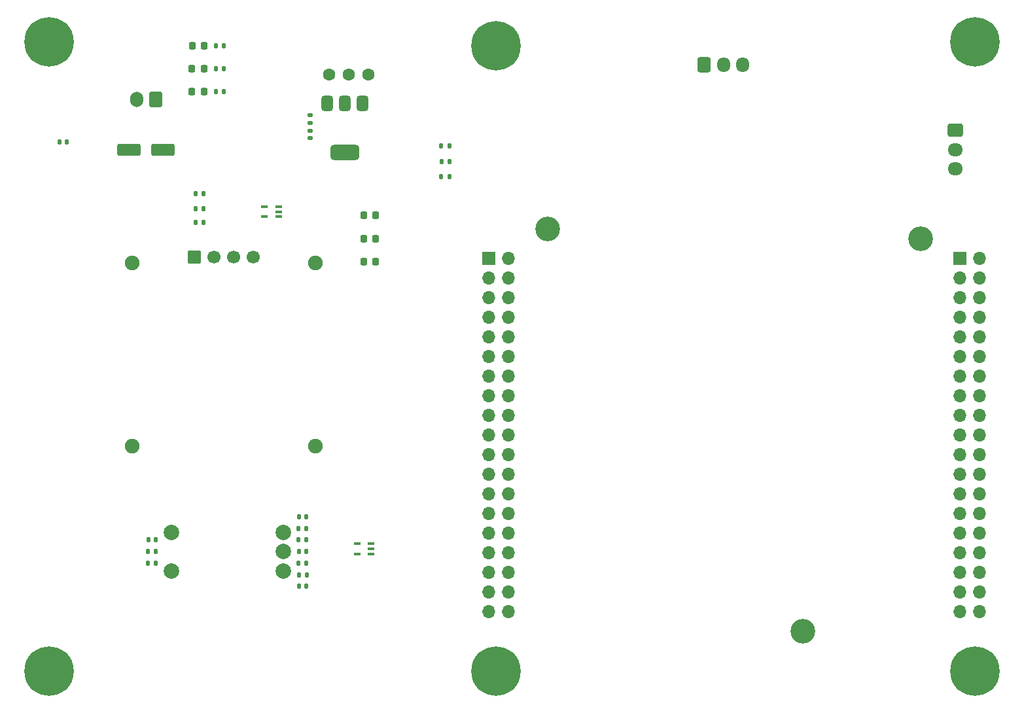
<source format=gbr>
%TF.GenerationSoftware,KiCad,Pcbnew,8.0.8*%
%TF.CreationDate,2025-05-05T21:02:48+02:00*%
%TF.ProjectId,Alarm Control System,416c6172-6d20-4436-9f6e-74726f6c2053,1.0*%
%TF.SameCoordinates,Original*%
%TF.FileFunction,Soldermask,Top*%
%TF.FilePolarity,Negative*%
%FSLAX46Y46*%
G04 Gerber Fmt 4.6, Leading zero omitted, Abs format (unit mm)*
G04 Created by KiCad (PCBNEW 8.0.8) date 2025-05-05 21:02:48*
%MOMM*%
%LPD*%
G01*
G04 APERTURE LIST*
G04 Aperture macros list*
%AMRoundRect*
0 Rectangle with rounded corners*
0 $1 Rounding radius*
0 $2 $3 $4 $5 $6 $7 $8 $9 X,Y pos of 4 corners*
0 Add a 4 corners polygon primitive as box body*
4,1,4,$2,$3,$4,$5,$6,$7,$8,$9,$2,$3,0*
0 Add four circle primitives for the rounded corners*
1,1,$1+$1,$2,$3*
1,1,$1+$1,$4,$5*
1,1,$1+$1,$6,$7*
1,1,$1+$1,$8,$9*
0 Add four rect primitives between the rounded corners*
20,1,$1+$1,$2,$3,$4,$5,0*
20,1,$1+$1,$4,$5,$6,$7,0*
20,1,$1+$1,$6,$7,$8,$9,0*
20,1,$1+$1,$8,$9,$2,$3,0*%
G04 Aperture macros list end*
%ADD10RoundRect,0.140000X-0.140000X-0.170000X0.140000X-0.170000X0.140000X0.170000X-0.140000X0.170000X0*%
%ADD11RoundRect,0.135000X0.135000X0.185000X-0.135000X0.185000X-0.135000X-0.185000X0.135000X-0.185000X0*%
%ADD12RoundRect,0.135000X-0.135000X-0.185000X0.135000X-0.185000X0.135000X0.185000X-0.135000X0.185000X0*%
%ADD13RoundRect,0.218750X-0.218750X-0.256250X0.218750X-0.256250X0.218750X0.256250X-0.218750X0.256250X0*%
%ADD14RoundRect,0.140000X0.170000X-0.140000X0.170000X0.140000X-0.170000X0.140000X-0.170000X-0.140000X0*%
%ADD15C,1.600000*%
%ADD16C,2.000000*%
%ADD17RoundRect,0.140000X0.140000X0.170000X-0.140000X0.170000X-0.140000X-0.170000X0.140000X-0.170000X0*%
%ADD18RoundRect,0.250000X-0.600000X-0.725000X0.600000X-0.725000X0.600000X0.725000X-0.600000X0.725000X0*%
%ADD19O,1.700000X1.950000*%
%ADD20C,3.200000*%
%ADD21R,1.700000X1.700000*%
%ADD22O,1.700000X1.700000*%
%ADD23C,1.900000*%
%ADD24RoundRect,0.170000X-0.680000X-0.680000X0.680000X-0.680000X0.680000X0.680000X-0.680000X0.680000X0*%
%ADD25C,1.700000*%
%ADD26C,6.400000*%
%ADD27RoundRect,0.375000X-0.375000X0.625000X-0.375000X-0.625000X0.375000X-0.625000X0.375000X0.625000X0*%
%ADD28RoundRect,0.500000X-1.400000X0.500000X-1.400000X-0.500000X1.400000X-0.500000X1.400000X0.500000X0*%
%ADD29RoundRect,0.100000X-0.325000X0.100000X-0.325000X-0.100000X0.325000X-0.100000X0.325000X0.100000X0*%
%ADD30RoundRect,0.140000X-0.170000X0.140000X-0.170000X-0.140000X0.170000X-0.140000X0.170000X0.140000X0*%
%ADD31RoundRect,0.250000X-0.725000X0.600000X-0.725000X-0.600000X0.725000X-0.600000X0.725000X0.600000X0*%
%ADD32O,1.950000X1.700000*%
%ADD33RoundRect,0.250000X-1.250000X-0.550000X1.250000X-0.550000X1.250000X0.550000X-1.250000X0.550000X0*%
%ADD34RoundRect,0.250000X0.600000X0.750000X-0.600000X0.750000X-0.600000X-0.750000X0.600000X-0.750000X0*%
%ADD35O,1.700000X2.000000*%
G04 APERTURE END LIST*
D10*
%TO.C,C801*%
X102720000Y-72700000D03*
X103680000Y-72700000D03*
%TD*%
D11*
%TO.C,R801*%
X103710000Y-76400000D03*
X102690000Y-76400000D03*
%TD*%
D12*
%TO.C,R403*%
X105285300Y-56516100D03*
X106305300Y-56516100D03*
%TD*%
D13*
%TO.C,D402*%
X102210300Y-56516100D03*
X103785300Y-56516100D03*
%TD*%
D14*
%TO.C,C403*%
X117517800Y-65516100D03*
X117517800Y-64556100D03*
%TD*%
D15*
%TO.C,U401*%
X119977800Y-57266100D03*
X122517800Y-57266100D03*
X125057800Y-57266100D03*
%TD*%
D16*
%TO.C,SW901*%
X114017800Y-121516100D03*
X114017800Y-116516100D03*
X114017800Y-119016100D03*
X99517800Y-121516100D03*
X99517800Y-116516100D03*
%TD*%
D17*
%TO.C,C904*%
X117017800Y-119016100D03*
X116057800Y-119016100D03*
%TD*%
D13*
%TO.C,D403*%
X102210300Y-59516100D03*
X103785300Y-59516100D03*
%TD*%
D11*
%TO.C,R902*%
X117017800Y-116016100D03*
X115997800Y-116016100D03*
%TD*%
D10*
%TO.C,C903*%
X96557800Y-117516100D03*
X97517800Y-117516100D03*
%TD*%
D13*
%TO.C,D502*%
X124425000Y-75500000D03*
X126000000Y-75500000D03*
%TD*%
D12*
%TO.C,R905*%
X96517800Y-119016100D03*
X97537800Y-119016100D03*
%TD*%
D18*
%TO.C,J3*%
X168500000Y-56000000D03*
D19*
X171000000Y-56000000D03*
X173500000Y-56000000D03*
%TD*%
D11*
%TO.C,R504*%
X135500000Y-66500000D03*
X134480000Y-66500000D03*
%TD*%
%TO.C,R802*%
X103710000Y-74600000D03*
X102690000Y-74600000D03*
%TD*%
D13*
%TO.C,D504*%
X124425000Y-78500000D03*
X126000000Y-78500000D03*
%TD*%
D20*
%TO.C,U501*%
X148257800Y-77246100D03*
X181277800Y-129316100D03*
X196517800Y-78516100D03*
D21*
X140637800Y-81056100D03*
D22*
X143177800Y-81056100D03*
X140637800Y-83596100D03*
X143177800Y-83596100D03*
X140637800Y-86136100D03*
X143177800Y-86136100D03*
X140637800Y-88676100D03*
X143177800Y-88676100D03*
X140637800Y-91216100D03*
X143177800Y-91216100D03*
X140637800Y-93756100D03*
X143177800Y-93756100D03*
X140637800Y-96296100D03*
X143177800Y-96296100D03*
X140637800Y-98836100D03*
X143177800Y-98836100D03*
X140637800Y-101376100D03*
X143177800Y-101376100D03*
X140637800Y-103916100D03*
X143177800Y-103916100D03*
X140637800Y-106456100D03*
X143177800Y-106456100D03*
X140637800Y-108996100D03*
X143177800Y-108996100D03*
X140637800Y-111536100D03*
X143177800Y-111536100D03*
X140637800Y-114076100D03*
X143177800Y-114076100D03*
X140637800Y-116616100D03*
X143177800Y-116616100D03*
X140637800Y-119156100D03*
X143177800Y-119156100D03*
X140637800Y-121696100D03*
X143177800Y-121696100D03*
X140637800Y-124236100D03*
X143177800Y-124236100D03*
X140637800Y-126776100D03*
X143177800Y-126776100D03*
D21*
X201597800Y-81066100D03*
D22*
X204137800Y-81066100D03*
X201597800Y-83596100D03*
X204137800Y-83596100D03*
X201597800Y-86136100D03*
X204137800Y-86136100D03*
X201597800Y-88676100D03*
X204137800Y-88676100D03*
X201597800Y-91216100D03*
X204137800Y-91216100D03*
X201597800Y-93756100D03*
X204137800Y-93756100D03*
X201597800Y-96296100D03*
X204137800Y-96296100D03*
X201597800Y-98836100D03*
X204137800Y-98836100D03*
X201597800Y-101376100D03*
X204137800Y-101376100D03*
X201597800Y-103916100D03*
X204137800Y-103916100D03*
X201597800Y-106456100D03*
X204137800Y-106456100D03*
X201597800Y-108996100D03*
X204137800Y-108996100D03*
X201597800Y-111536100D03*
X204137800Y-111536100D03*
X201597800Y-114076100D03*
X204137800Y-114076100D03*
X201597800Y-116616100D03*
X204137800Y-116616100D03*
X201597800Y-119156100D03*
X204137800Y-119156100D03*
X201597800Y-121696100D03*
X204137800Y-121696100D03*
X201597800Y-124236100D03*
X204137800Y-124236100D03*
X201597800Y-126776100D03*
X204137800Y-126776100D03*
%TD*%
D23*
%TO.C,J801*%
X94467800Y-81666100D03*
X94467800Y-105366100D03*
X118167800Y-81666100D03*
X118167800Y-105366100D03*
D24*
X102507800Y-80886100D03*
D25*
X105047800Y-80886100D03*
X107587800Y-80886100D03*
X110127800Y-80886100D03*
%TD*%
D26*
%TO.C,H102*%
X83730300Y-53016100D03*
%TD*%
D12*
%TO.C,R402*%
X105285300Y-53516100D03*
X106305300Y-53516100D03*
%TD*%
D11*
%TO.C,R903*%
X117017800Y-120516100D03*
X115997800Y-120516100D03*
%TD*%
D27*
%TO.C,U402*%
X124317800Y-61016100D03*
X122017800Y-61016100D03*
D28*
X122017800Y-67316100D03*
D27*
X119717800Y-61016100D03*
%TD*%
D11*
%TO.C,R901*%
X117077800Y-122016100D03*
X116057800Y-122016100D03*
%TD*%
D29*
%TO.C,D801*%
X113405000Y-75670000D03*
X113405000Y-75020000D03*
X113405000Y-74370000D03*
X111555000Y-74370000D03*
X111555000Y-75670000D03*
%TD*%
D26*
%TO.C,H103*%
X83730300Y-134516100D03*
%TD*%
D30*
%TO.C,C401*%
X117517800Y-62556100D03*
X117517800Y-63516100D03*
%TD*%
D17*
%TO.C,C404*%
X86017800Y-66016100D03*
X85057800Y-66016100D03*
%TD*%
D26*
%TO.C,H107*%
X141517800Y-53516100D03*
%TD*%
D17*
%TO.C,C901*%
X117017800Y-123516100D03*
X116057800Y-123516100D03*
%TD*%
%TO.C,C902*%
X117017800Y-114516100D03*
X116057800Y-114516100D03*
%TD*%
D13*
%TO.C,D505*%
X124425000Y-81500000D03*
X126000000Y-81500000D03*
%TD*%
D26*
%TO.C,H104*%
X203517800Y-53051600D03*
%TD*%
D31*
%TO.C,J2*%
X201000000Y-64500000D03*
D32*
X201000000Y-67000000D03*
X201000000Y-69500000D03*
%TD*%
D29*
%TO.C,D901*%
X125417800Y-119300000D03*
X125417800Y-118650000D03*
X125417800Y-118000000D03*
X123567800Y-118000000D03*
X123567800Y-119300000D03*
%TD*%
D13*
%TO.C,D401*%
X102230300Y-53516100D03*
X103805300Y-53516100D03*
%TD*%
D11*
%TO.C,R503*%
X135500000Y-70500000D03*
X134480000Y-70500000D03*
%TD*%
%TO.C,R906*%
X97517800Y-120516100D03*
X96497800Y-120516100D03*
%TD*%
%TO.C,R501*%
X135510000Y-68500000D03*
X134490000Y-68500000D03*
%TD*%
D33*
%TO.C,C402*%
X94095300Y-67016100D03*
X98495300Y-67016100D03*
%TD*%
D34*
%TO.C,J401*%
X97545300Y-60466100D03*
D35*
X95045300Y-60466100D03*
%TD*%
D12*
%TO.C,R404*%
X105285300Y-59516100D03*
X106305300Y-59516100D03*
%TD*%
D26*
%TO.C,H106*%
X141517800Y-134516100D03*
%TD*%
D11*
%TO.C,R904*%
X117017800Y-117516100D03*
X115997800Y-117516100D03*
%TD*%
D26*
%TO.C,H108*%
X203517800Y-134516100D03*
%TD*%
M02*

</source>
